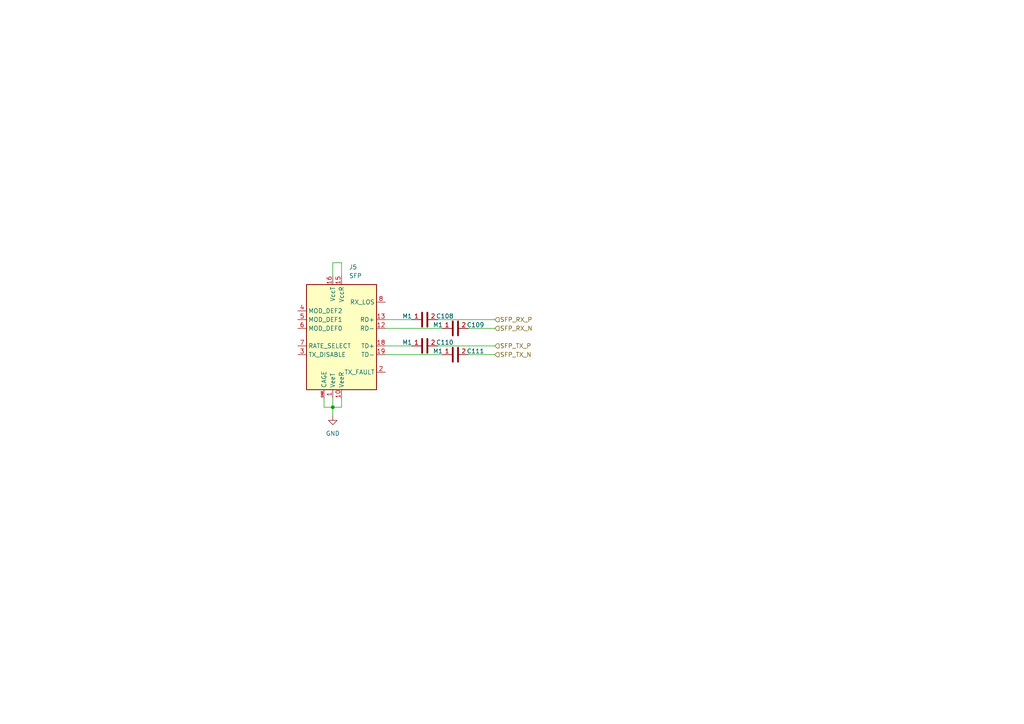
<source format=kicad_sch>
(kicad_sch (version 20250114) (generator "eeschema") (generator_version "9.0")
  (paper "A4")
  (lib_symbols
    (symbol "Interface_Optical:SFP"
      (property "Reference" "J" (at -8.89 16.51 0))
      (property "Value" "SFP" (at 11.43 16.51 0))
      (symbol "SFP_0_0"
        (rectangle (start -10.16 15.24) (end 10.16 -15.24) (stroke (width 0.254)) (fill (type background)))
      )
      (symbol "SFP_1_1"
        (pin bidirectional line (at -12.7 7.62 0) (length 2.54) (name "MOD_DEF2") (number "4"))
        (pin input line (at -12.7 5.08 0) (length 2.54) (name "MOD_DEF1") (number "5"))
        (pin passive line (at -12.7 2.54 0) (length 2.54) (name "MOD_DEF0") (number "6"))
        (pin input line (at -12.7 -2.54 0) (length 2.54) (name "RATE_SELECT") (number "7"))
        (pin input line (at -12.7 -5.08 0) (length 2.54) (name "TX_DISABLE") (number "3"))
        (pin passive line (at -5.08 -17.78 90) (length 2.54) (name "CAGE") (number "CAGE"))
        (pin power_in line (at -2.54 17.78 270) (length 2.54) (name "VccT") (number "16"))
        (pin power_in line (at -2.54 -17.78 90) (length 2.54) (name "VeeT") (number "1"))
        (pin passive line (at -2.54 -17.78 90) (length 2.54) (hide yes) (name "VeeT") (number "17"))
        (pin passive line (at -2.54 -17.78 90) (length 2.54) (hide yes) (name "VeeT") (number "20"))
        (pin power_in line (at 0 17.78 270) (length 2.54) (name "VccR") (number "15"))
        (pin power_in line (at 0 -17.78 90) (length 2.54) (name "VeeR") (number "10"))
        (pin passive line (at 0 -17.78 90) (length 2.54) (hide yes) (name "VeeR") (number "11"))
        (pin passive line (at 0 -17.78 90) (length 2.54) (hide yes) (name "VeeR") (number "14"))
        (pin passive line (at 0 -17.78 90) (length 2.54) (hide yes) (name "VeeR") (number "9"))
        (pin open_collector line (at 12.7 10.16 180) (length 2.54) (name "RX_LOS") (number "8"))
        (pin output line (at 12.7 5.08 180) (length 2.54) (name "RD+") (number "13"))
        (pin output line (at 12.7 2.54 180) (length 2.54) (name "RD-") (number "12"))
        (pin input line (at 12.7 -2.54 180) (length 2.54) (name "TD+") (number "18"))
        (pin input line (at 12.7 -5.08 180) (length 2.54) (name "TD-") (number "19"))
        (pin open_collector line (at 12.7 -10.16 180) (length 2.54) (name "TX_FAULT") (number "2"))
      )
    )
    (symbol "PPA-Pasive:Cap" (pin_names (offset 1.016))
      (property "Reference" "C" (at -5.08 0 0))
      (property "Value" "Cap" (at 5.08 -2.54 0))
      (symbol "Cap_1_1"
        (polyline (pts (xy -2.032 0.762) (xy 2.032 0.762)) (stroke (width 0.508)))
        (polyline (pts (xy -2.032 -0.762) (xy 2.032 -0.762)) (stroke (width 0.508)))
        (pin passive line (at 0 3.81 270) (length 2.794) (name "~") (number "1"))
        (pin passive line (at 0 -3.81 90) (length 2.794) (name "~") (number "2"))
      )
    )
    (symbol "power:GND" (power) (pin_names (offset 0))
      (property "Value" "GND" (at 0 -3.81 0))
      (symbol "GND_0_1"
        (polyline (pts (xy 0 0) (xy 0 -1.27) (xy 1.27 -1.27) (xy 0 -2.54) (xy -1.27 -1.27) (xy 0 -1.27)))
      )
      (symbol "GND_1_1"
        (pin power_in line (at 0 0 270) (length 0) (hide yes) (name "GND") (number "1"))
      )
    )
  )
  (junction (at 96.52 118.11))
  (wire (pts (xy 135.89 102.87) (xy 143.51 102.87)))
  (wire (pts (xy 96.52 80.01) (xy 96.52 76.2)))
  (wire (pts (xy 93.98 118.11) (xy 96.52 118.11)))
  (wire (pts (xy 99.06 118.11) (xy 99.06 115.57)))
  (wire (pts (xy 111.76 95.25) (xy 128.27 95.25)))
  (wire (pts (xy 99.06 76.2) (xy 99.06 80.01)))
  (wire (pts (xy 127 92.71) (xy 143.51 92.71)))
  (wire (pts (xy 96.52 76.2) (xy 99.06 76.2)))
  (wire (pts (xy 111.76 100.33) (xy 119.38 100.33)))
  (wire (pts (xy 111.76 102.87) (xy 128.27 102.87)))
  (wire (pts (xy 96.52 118.11) (xy 99.06 118.11)))
  (wire (pts (xy 111.76 92.71) (xy 119.38 92.71)))
  (wire (pts (xy 135.89 95.25) (xy 143.51 95.25)))
  (wire (pts (xy 127 100.33) (xy 143.51 100.33)))
  (wire (pts (xy 96.52 118.11) (xy 96.52 120.65)))
  (wire (pts (xy 96.52 115.57) (xy 96.52 118.11)))
  (wire (pts (xy 93.98 115.57) (xy 93.98 118.11)))
  (hierarchical_label "SFP_TX_N" (shape input) (at 143.51 102.87 0))
  (hierarchical_label "SFP_TX_P" (shape input) (at 143.51 100.33 0))
  (hierarchical_label "SFP_RX_N" (shape input) (at 143.51 95.25 0))
  (hierarchical_label "SFP_RX_P" (shape input) (at 143.51 92.71 0))
  (symbol (lib_id "PPA-Pasive:Cap") (at 123.19 92.71 90) (unit 1)
    (property "Reference" "C108" (at 129.032 91.694 90))
    (property "Value" "M1" (at 118.11 91.694 90))
    (property "Footprint" "Capacitor_SMD:C_0402_1005Metric" (effects (hide yes)))
    (property "Description" "capacitor" (effects (hide yes)))
    (property "Voltage" "100V" (effects (hide yes)))
    (property "Material" "X7R" (effects (hide yes)))
  )
  (symbol (lib_id "PPA-Pasive:Cap") (at 132.08 95.25 90) (unit 1)
    (property "Reference" "C109" (at 137.922 94.234 90))
    (property "Value" "M1" (at 127 94.234 90))
    (property "Footprint" "Capacitor_SMD:C_0402_1005Metric" (effects (hide yes)))
    (property "Description" "capacitor" (effects (hide yes)))
    (property "Voltage" "100V" (effects (hide yes)))
    (property "Material" "X7R" (effects (hide yes)))
  )
  (symbol (lib_id "power:GND") (at 96.52 120.65 0) (unit 1)
    (property "Reference" "#PWR0132" (effects (hide yes)))
    (property "Value" "GND" (at 96.52 125.73 0))
    (property "Description" "Power symbol creates a global label with name \"GND\" , ground" (effects (hide yes)))
  )
  (symbol (lib_id "PPA-Pasive:Cap") (at 132.08 102.87 90) (unit 1)
    (property "Reference" "C111" (at 137.922 101.854 90))
    (property "Value" "M1" (at 127 101.854 90))
    (property "Footprint" "Capacitor_SMD:C_0402_1005Metric" (effects (hide yes)))
    (property "Description" "capacitor" (effects (hide yes)))
    (property "Voltage" "100V" (effects (hide yes)))
    (property "Material" "X7R" (effects (hide yes)))
  )
  (symbol (lib_id "Interface_Optical:SFP") (at 99.06 97.79 0) (unit 1)
    (property "Reference" "J5" (at 101.2033 77.47 0) (effects (justify left)))
    (property "Value" "SFP" (at 101.2033 80.01 0) (effects (justify left)))
    (property "Footprint" "Connector:Connector_SFP_and_Cage" (effects (hide yes)))
    (property "Datasheet" "http://www.10gtek.com/templates/wzten/pdf/INF-8074.pdf" (effects (hide yes)))
    (property "Description" "Connector for Small Form Factor Pluggable (SFP) module, 1 Gbit/s, serial-to-serial data-agnostic optical transceiver" (effects (hide yes)))
  )
  (symbol (lib_id "PPA-Pasive:Cap") (at 123.19 100.33 90) (unit 1)
    (property "Reference" "C110" (at 129.032 99.314 90))
    (property "Value" "M1" (at 118.11 99.314 90))
    (property "Footprint" "Capacitor_SMD:C_0402_1005Metric" (effects (hide yes)))
    (property "Description" "capacitor" (effects (hide yes)))
    (property "Voltage" "100V" (effects (hide yes)))
    (property "Material" "X7R" (effects (hide yes)))
  )
)
</source>
